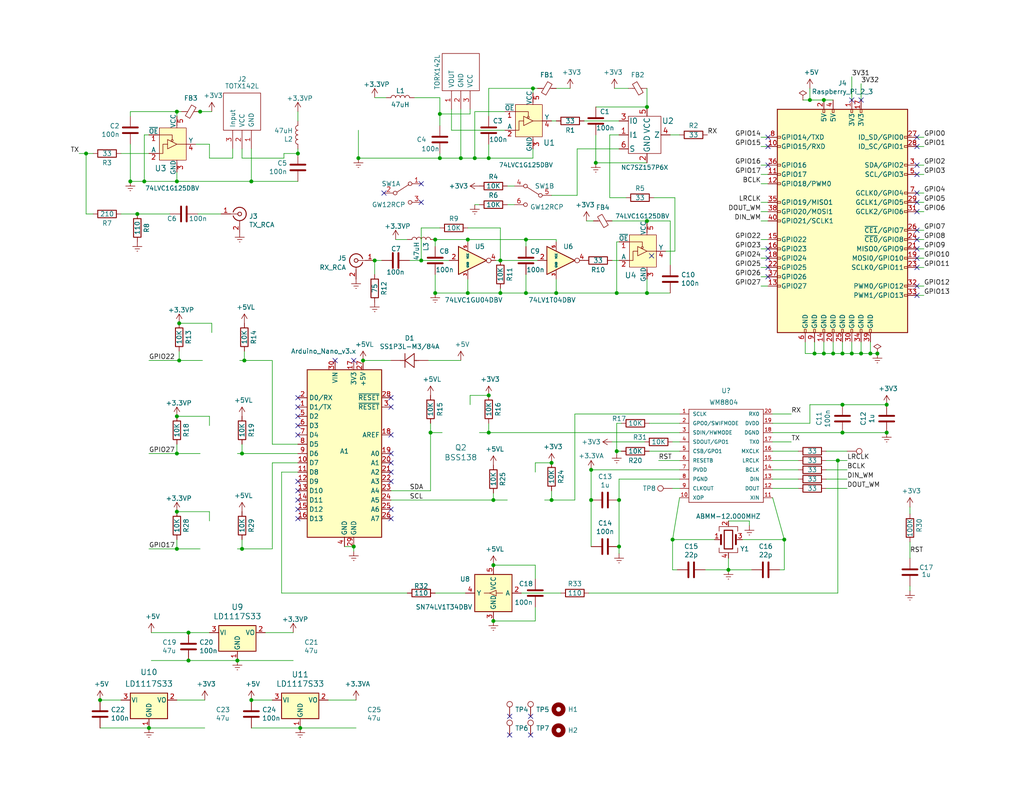
<source format=kicad_sch>
(kicad_sch (version 20211123) (generator eeschema)
  (paper "USLetter")
  (junction (at 64.77 180.34))
  (junction (at 133.35 107.95))
  (junction (at 35.56 49.53))
  (junction (at 68.58 49.53))
  (junction (at 176.53 29.21))
  (junction (at 143.51 80.01))
  (junction (at 118.745 65.405))
  (junction (at 97.79 43.18))
  (junction (at 48.26 139.7))
  (junction (at 48.26 30.48))
  (junction (at 133.35 118.11))
  (junction (at 227.33 96.52))
  (junction (at 134.62 136.525))
  (junction (at 66.675 98.425))
  (junction (at 213.995 147.32))
  (junction (at 125.73 43.18))
  (junction (at 241.935 118.11))
  (junction (at 120.015 43.18))
  (junction (at 54.61 30.48))
  (junction (at 168.91 136.525))
  (junction (at 168.91 149.225))
  (junction (at 48.26 123.825))
  (junction (at 220.98 27.305))
  (junction (at 168.275 123.19))
  (junction (at 229.87 118.11))
  (junction (at 117.475 118.11))
  (junction (at 239.395 96.52))
  (junction (at 228.6 125.73))
  (junction (at 120.015 31.115))
  (junction (at 198.755 155.575))
  (junction (at 39.37 49.53))
  (junction (at 136.525 71.12))
  (junction (at 129.54 43.18))
  (junction (at 176.53 60.325))
  (junction (at 127.635 65.405))
  (junction (at 222.25 96.52))
  (junction (at 136.525 80.01))
  (junction (at 102.235 71.12))
  (junction (at 48.26 49.53))
  (junction (at 48.26 149.86))
  (junction (at 40.64 198.755))
  (junction (at 232.41 96.52))
  (junction (at 161.29 136.525))
  (junction (at 229.87 96.52))
  (junction (at 96.52 149.225))
  (junction (at 161.29 128.27))
  (junction (at 68.58 191.135))
  (junction (at 48.895 98.425))
  (junction (at 241.935 110.49))
  (junction (at 114.935 71.12))
  (junction (at 66.04 123.825))
  (junction (at 48.26 113.665))
  (junction (at 150.495 136.525))
  (junction (at 134.62 169.545))
  (junction (at 51.435 180.34))
  (junction (at 143.51 65.405))
  (junction (at 237.49 96.52))
  (junction (at 145.415 24.13))
  (junction (at 229.87 110.49))
  (junction (at 66.04 149.86))
  (junction (at 162.56 44.45))
  (junction (at 176.53 80.01))
  (junction (at 224.79 27.305))
  (junction (at 27.305 191.135))
  (junction (at 183.515 147.32))
  (junction (at 168.275 80.01))
  (junction (at 134.62 154.305))
  (junction (at 127.635 80.01))
  (junction (at 118.745 80.01))
  (junction (at 224.79 96.52))
  (junction (at 48.895 88.265))
  (junction (at 51.435 172.72))
  (junction (at 23.495 41.91))
  (junction (at 150.495 126.365))
  (junction (at 133.35 43.18))
  (junction (at 151.765 80.01))
  (junction (at 81.28 41.91))
  (junction (at 37.465 58.42))
  (junction (at 99.06 98.425))
  (junction (at 81.915 198.755))
  (junction (at 234.95 96.52))
  (no_connect (at 250.19 73.025))
  (no_connect (at 81.28 118.745))
  (no_connect (at 209.55 40.005))
  (no_connect (at 139.065 200.66))
  (no_connect (at 234.95 27.305))
  (no_connect (at 106.68 131.445))
  (no_connect (at 209.55 45.085))
  (no_connect (at 209.55 37.465))
  (no_connect (at 81.28 136.525))
  (no_connect (at 81.28 116.205))
  (no_connect (at 250.19 40.005))
  (no_connect (at 250.19 47.625))
  (no_connect (at 81.28 141.605))
  (no_connect (at 91.44 98.425))
  (no_connect (at 106.68 118.745))
  (no_connect (at 81.28 111.125))
  (no_connect (at 104.775 52.705))
  (no_connect (at 250.19 57.785))
  (no_connect (at 250.19 78.105))
  (no_connect (at 232.41 27.305))
  (no_connect (at 209.55 73.025))
  (no_connect (at 106.68 126.365))
  (no_connect (at 250.19 37.465))
  (no_connect (at 250.19 55.245))
  (no_connect (at 250.19 45.085))
  (no_connect (at 81.28 133.985))
  (no_connect (at 250.19 62.865))
  (no_connect (at 106.68 123.825))
  (no_connect (at 250.19 80.645))
  (no_connect (at 250.19 52.705))
  (no_connect (at 106.68 141.605))
  (no_connect (at 209.55 70.485))
  (no_connect (at 250.19 70.485))
  (no_connect (at 81.28 139.065))
  (no_connect (at 81.28 108.585))
  (no_connect (at 106.68 128.905))
  (no_connect (at 177.8 69.85))
  (no_connect (at 139.065 195.58))
  (no_connect (at 250.19 67.945))
  (no_connect (at 96.52 98.425))
  (no_connect (at 209.55 67.945))
  (no_connect (at 114.935 50.165))
  (no_connect (at 209.55 75.565))
  (no_connect (at 114.935 55.245))
  (no_connect (at 81.28 113.665))
  (no_connect (at 250.19 65.405))
  (no_connect (at 106.68 111.125))
  (no_connect (at 81.28 131.445))
  (no_connect (at 144.78 200.66))
  (no_connect (at 106.68 139.065))
  (no_connect (at 144.78 195.58))
  (no_connect (at 106.68 108.585))
  (wire (pts (xy 33.02 41.91) (xy 40.64 41.91)))
  (wire (pts (xy 160.655 161.925) (xy 228.6 161.925)))
  (wire (pts (xy 210.82 113.03) (xy 215.9 113.03)))
  (wire (pts (xy 224.79 96.52) (xy 227.33 96.52)))
  (wire (pts (xy 68.58 198.755) (xy 81.915 198.755)))
  (wire (pts (xy 66.04 40.64) (xy 66.04 43.18)))
  (wire (pts (xy 185.42 133.35) (xy 183.515 133.35)))
  (wire (pts (xy 133.35 43.18) (xy 145.415 43.18)))
  (wire (pts (xy 167.64 24.13) (xy 171.45 24.13)))
  (wire (pts (xy 207.645 65.405) (xy 209.55 65.405)))
  (wire (pts (xy 136.525 71.12) (xy 146.685 71.12)))
  (wire (pts (xy 168.91 130.81) (xy 185.42 130.81)))
  (wire (pts (xy 25.4 41.91) (xy 23.495 41.91)))
  (wire (pts (xy 207.645 60.325) (xy 209.55 60.325)))
  (wire (pts (xy 150.495 136.525) (xy 156.845 136.525)))
  (wire (pts (xy 129.54 43.18) (xy 133.35 43.18)))
  (wire (pts (xy 128.27 29.845) (xy 128.27 31.115)))
  (wire (pts (xy 120.015 41.91) (xy 120.015 43.18)))
  (wire (pts (xy 118.745 65.405) (xy 118.745 67.31)))
  (wire (pts (xy 120.015 31.115) (xy 120.015 34.29)))
  (wire (pts (xy 202.565 147.32) (xy 213.995 147.32)))
  (wire (pts (xy 207.645 47.625) (xy 209.55 47.625)))
  (wire (pts (xy 228.6 125.73) (xy 231.14 125.73)))
  (wire (pts (xy 146.05 158.115) (xy 146.05 154.305)))
  (wire (pts (xy 229.87 110.49) (xy 241.935 110.49)))
  (wire (pts (xy 146.685 24.13) (xy 145.415 24.13)))
  (wire (pts (xy 225.425 123.19) (xy 231.14 123.19)))
  (wire (pts (xy 111.125 65.405) (xy 107.95 65.405)))
  (wire (pts (xy 135.255 71.12) (xy 136.525 71.12)))
  (wire (pts (xy 232.41 93.345) (xy 232.41 96.52)))
  (wire (pts (xy 250.19 45.085) (xy 252.095 45.085)))
  (wire (pts (xy 68.58 49.53) (xy 81.28 49.53)))
  (wire (pts (xy 227.33 96.52) (xy 229.87 96.52)))
  (wire (pts (xy 27.305 198.755) (xy 40.64 198.755)))
  (wire (pts (xy 40.64 98.425) (xy 48.895 98.425)))
  (wire (pts (xy 66.04 123.825) (xy 64.77 123.825)))
  (wire (pts (xy 130.81 55.88) (xy 129.54 55.88)))
  (wire (pts (xy 66.675 98.425) (xy 74.295 98.425)))
  (wire (pts (xy 225.425 125.73) (xy 228.6 125.73)))
  (wire (pts (xy 168.91 151.13) (xy 168.91 149.225)))
  (wire (pts (xy 220.98 24.13) (xy 220.98 27.305)))
  (wire (pts (xy 66.675 95.885) (xy 66.675 98.425)))
  (wire (pts (xy 207.645 50.165) (xy 209.55 50.165)))
  (wire (pts (xy 210.82 115.57) (xy 220.98 115.57)))
  (wire (pts (xy 250.19 62.865) (xy 252.095 62.865)))
  (wire (pts (xy 215.9 120.65) (xy 210.82 120.65)))
  (wire (pts (xy 113.03 26.67) (xy 120.015 26.67)))
  (wire (pts (xy 248.285 147.955) (xy 248.285 152.4)))
  (wire (pts (xy 97.155 198.755) (xy 81.915 198.755)))
  (wire (pts (xy 177.165 115.57) (xy 185.42 115.57)))
  (wire (pts (xy 96.52 150.495) (xy 96.52 149.225)))
  (wire (pts (xy 125.73 43.18) (xy 129.54 43.18)))
  (wire (pts (xy 250.19 57.785) (xy 252.095 57.785)))
  (wire (pts (xy 57.15 113.665) (xy 57.15 116.205)))
  (wire (pts (xy 66.04 121.285) (xy 66.04 123.825)))
  (wire (pts (xy 127.635 76.2) (xy 127.635 80.01)))
  (wire (pts (xy 72.39 172.72) (xy 80.01 172.72)))
  (wire (pts (xy 136.525 78.74) (xy 136.525 80.01)))
  (wire (pts (xy 55.88 198.755) (xy 40.64 198.755)))
  (wire (pts (xy 222.25 93.345) (xy 222.25 96.52)))
  (wire (pts (xy 168.275 115.57) (xy 169.545 115.57)))
  (wire (pts (xy 176.53 24.13) (xy 176.53 29.21)))
  (wire (pts (xy 225.425 133.35) (xy 231.14 133.35)))
  (wire (pts (xy 129.54 30.48) (xy 129.54 43.18)))
  (wire (pts (xy 162.56 36.83) (xy 162.56 44.45)))
  (wire (pts (xy 23.495 58.42) (xy 25.4 58.42)))
  (wire (pts (xy 114.935 62.23) (xy 114.935 71.12)))
  (wire (pts (xy 184.15 53.975) (xy 184.15 68.58)))
  (wire (pts (xy 250.19 47.625) (xy 252.095 47.625)))
  (wire (pts (xy 229.87 93.345) (xy 229.87 96.52)))
  (wire (pts (xy 166.37 36.83) (xy 168.91 36.83)))
  (wire (pts (xy 220.98 110.49) (xy 229.87 110.49)))
  (wire (pts (xy 250.19 78.105) (xy 252.095 78.105)))
  (wire (pts (xy 81.28 40.64) (xy 81.28 41.91)))
  (wire (pts (xy 66.04 123.825) (xy 81.28 123.825)))
  (wire (pts (xy 219.71 96.52) (xy 222.25 96.52)))
  (wire (pts (xy 39.37 36.83) (xy 39.37 49.53)))
  (wire (pts (xy 57.785 88.265) (xy 57.785 90.805)))
  (wire (pts (xy 212.725 155.575) (xy 213.995 155.575)))
  (wire (pts (xy 155.575 24.13) (xy 151.765 24.13)))
  (wire (pts (xy 150.495 133.985) (xy 150.495 136.525)))
  (wire (pts (xy 225.425 128.27) (xy 231.14 128.27)))
  (wire (pts (xy 99.06 98.425) (xy 106.68 98.425)))
  (wire (pts (xy 48.26 191.135) (xy 55.88 191.135)))
  (wire (pts (xy 125.73 29.845) (xy 125.73 43.18)))
  (wire (pts (xy 207.645 57.785) (xy 209.55 57.785)))
  (wire (pts (xy 250.19 65.405) (xy 252.095 65.405)))
  (wire (pts (xy 210.82 128.27) (xy 217.805 128.27)))
  (wire (pts (xy 241.935 118.11) (xy 229.87 118.11)))
  (wire (pts (xy 35.56 30.48) (xy 48.26 30.48)))
  (wire (pts (xy 140.335 55.88) (xy 138.43 55.88)))
  (wire (pts (xy 57.15 139.7) (xy 57.15 142.24)))
  (wire (pts (xy 48.895 88.265) (xy 57.785 88.265)))
  (wire (pts (xy 118.745 74.93) (xy 118.745 80.01)))
  (wire (pts (xy 207.645 45.085) (xy 209.55 45.085)))
  (wire (pts (xy 182.88 80.01) (xy 176.53 80.01)))
  (wire (pts (xy 220.98 115.57) (xy 220.98 110.49)))
  (wire (pts (xy 133.35 39.37) (xy 133.35 43.18)))
  (wire (pts (xy 210.82 130.81) (xy 217.805 130.81)))
  (wire (pts (xy 54.61 30.48) (xy 57.785 30.48)))
  (wire (pts (xy 106.68 133.985) (xy 117.475 133.985)))
  (wire (pts (xy 250.19 52.705) (xy 252.095 52.705)))
  (wire (pts (xy 133.35 118.11) (xy 130.81 118.11)))
  (wire (pts (xy 250.19 67.945) (xy 252.095 67.945)))
  (wire (pts (xy 48.26 123.825) (xy 54.61 123.825)))
  (wire (pts (xy 167.005 120.65) (xy 175.895 120.65)))
  (wire (pts (xy 161.29 128.27) (xy 161.29 136.525)))
  (wire (pts (xy 168.275 80.01) (xy 176.53 80.01)))
  (wire (pts (xy 169.545 123.19) (xy 168.275 123.19)))
  (wire (pts (xy 77.47 41.91) (xy 81.28 41.91)))
  (wire (pts (xy 185.42 120.65) (xy 183.515 120.65)))
  (wire (pts (xy 184.785 155.575) (xy 183.515 155.575)))
  (wire (pts (xy 39.37 49.53) (xy 35.56 49.53)))
  (wire (pts (xy 151.765 65.405) (xy 151.765 66.04)))
  (wire (pts (xy 146.05 126.365) (xy 150.495 126.365)))
  (wire (pts (xy 156.845 113.03) (xy 156.845 136.525)))
  (wire (pts (xy 120.015 26.67) (xy 120.015 31.115)))
  (wire (pts (xy 21.59 41.91) (xy 23.495 41.91)))
  (wire (pts (xy 213.995 155.575) (xy 213.995 147.32)))
  (wire (pts (xy 133.35 31.75) (xy 133.35 24.13)))
  (wire (pts (xy 142.24 161.925) (xy 153.035 161.925)))
  (wire (pts (xy 159.385 33.02) (xy 168.91 33.02)))
  (wire (pts (xy 127.635 65.405) (xy 143.51 65.405)))
  (wire (pts (xy 150.495 33.02) (xy 151.765 33.02)))
  (wire (pts (xy 151.765 76.2) (xy 151.765 80.01)))
  (wire (pts (xy 207.645 75.565) (xy 209.55 75.565)))
  (wire (pts (xy 41.275 180.34) (xy 51.435 180.34)))
  (wire (pts (xy 168.91 136.525) (xy 168.91 130.81)))
  (wire (pts (xy 48.895 98.425) (xy 55.245 98.425)))
  (wire (pts (xy 68.58 40.64) (xy 68.58 49.53)))
  (wire (pts (xy 248.285 140.335) (xy 248.285 138.43)))
  (wire (pts (xy 63.5 40.64) (xy 63.5 43.18)))
  (wire (pts (xy 102.235 71.12) (xy 102.235 74.93)))
  (wire (pts (xy 250.19 55.245) (xy 252.095 55.245)))
  (wire (pts (xy 210.82 125.73) (xy 217.805 125.73)))
  (wire (pts (xy 41.275 172.72) (xy 51.435 172.72)))
  (wire (pts (xy 157.48 53.34) (xy 150.495 53.34)))
  (wire (pts (xy 27.305 191.135) (xy 33.02 191.135)))
  (wire (pts (xy 133.35 118.11) (xy 185.42 118.11)))
  (wire (pts (xy 116.84 98.425) (xy 125.73 98.425)))
  (wire (pts (xy 161.29 136.525) (xy 161.29 149.225)))
  (wire (pts (xy 76.835 128.905) (xy 76.835 161.925)))
  (wire (pts (xy 168.275 123.19) (xy 168.275 115.57)))
  (wire (pts (xy 35.56 31.75) (xy 35.56 30.48)))
  (wire (pts (xy 35.56 49.53) (xy 35.56 39.37)))
  (wire (pts (xy 117.475 115.57) (xy 117.475 118.11)))
  (wire (pts (xy 148.59 136.525) (xy 150.495 136.525)))
  (wire (pts (xy 33.02 58.42) (xy 37.465 58.42)))
  (wire (pts (xy 105.41 26.67) (xy 102.235 26.67)))
  (wire (pts (xy 143.51 80.01) (xy 151.765 80.01)))
  (wire (pts (xy 219.71 93.345) (xy 219.71 96.52)))
  (wire (pts (xy 229.87 96.52) (xy 232.41 96.52)))
  (wire (pts (xy 23.495 41.91) (xy 23.495 58.42)))
  (wire (pts (xy 176.53 60.325) (xy 176.53 60.96)))
  (wire (pts (xy 145.415 40.64) (xy 145.415 43.18)))
  (wire (pts (xy 127.635 62.23) (xy 136.525 62.23)))
  (wire (pts (xy 160.02 60.325) (xy 161.925 60.325)))
  (wire (pts (xy 51.435 180.34) (xy 64.77 180.34)))
  (wire (pts (xy 128.27 107.95) (xy 133.35 107.95)))
  (wire (pts (xy 97.79 43.18) (xy 120.015 43.18)))
  (wire (pts (xy 182.88 60.325) (xy 182.88 72.39)))
  (wire (pts (xy 127.635 80.01) (xy 118.745 80.01)))
  (wire (pts (xy 134.62 134.62) (xy 134.62 136.525)))
  (wire (pts (xy 234.95 27.305) (xy 234.95 22.86)))
  (wire (pts (xy 128.27 110.49) (xy 128.27 107.95)))
  (wire (pts (xy 210.82 123.19) (xy 217.805 123.19)))
  (wire (pts (xy 250.19 37.465) (xy 252.095 37.465)))
  (wire (pts (xy 53.975 30.48) (xy 54.61 30.48)))
  (wire (pts (xy 129.54 30.48) (xy 137.795 30.48)))
  (wire (pts (xy 40.64 123.825) (xy 48.26 123.825)))
  (wire (pts (xy 123.19 29.845) (xy 123.19 35.56)))
  (wire (pts (xy 146.05 169.545) (xy 134.62 169.545)))
  (wire (pts (xy 57.15 43.18) (xy 57.15 39.37)))
  (wire (pts (xy 57.15 43.18) (xy 63.5 43.18)))
  (wire (pts (xy 66.04 149.86) (xy 74.295 149.86)))
  (wire (pts (xy 222.25 96.52) (xy 224.79 96.52)))
  (wire (pts (xy 151.765 80.01) (xy 168.275 80.01)))
  (wire (pts (xy 179.705 125.73) (xy 185.42 125.73)))
  (wire (pts (xy 114.935 71.12) (xy 122.555 71.12)))
  (wire (pts (xy 177.165 123.19) (xy 185.42 123.19)))
  (wire (pts (xy 48.26 139.7) (xy 57.15 139.7)))
  (wire (pts (xy 37.465 58.42) (xy 46.355 58.42)))
  (wire (pts (xy 106.68 136.525) (xy 134.62 136.525)))
  (wire (pts (xy 143.51 65.405) (xy 151.765 65.405)))
  (wire (pts (xy 57.15 39.37) (xy 53.34 39.37)))
  (wire (pts (xy 48.26 121.285) (xy 48.26 123.825)))
  (wire (pts (xy 143.51 74.93) (xy 143.51 80.01)))
  (wire (pts (xy 232.41 20.955) (xy 232.41 27.305)))
  (wire (pts (xy 207.645 55.245) (xy 209.55 55.245)))
  (wire (pts (xy 48.26 147.32) (xy 48.26 149.86)))
  (wire (pts (xy 207.645 78.105) (xy 209.55 78.105)))
  (wire (pts (xy 168.275 66.04) (xy 168.275 80.01)))
  (wire (pts (xy 198.755 152.4) (xy 198.755 155.575)))
  (wire (pts (xy 66.04 43.18) (xy 77.47 43.18)))
  (wire (pts (xy 118.745 65.405) (xy 127.635 65.405)))
  (wire (pts (xy 157.48 40.64) (xy 168.91 40.64)))
  (wire (pts (xy 227.33 93.345) (xy 227.33 96.52)))
  (wire (pts (xy 185.42 36.83) (xy 182.88 36.83)))
  (wire (pts (xy 168.275 123.19) (xy 168.275 123.825)))
  (wire (pts (xy 176.53 76.2) (xy 176.53 80.01)))
  (wire (pts (xy 183.515 147.32) (xy 194.945 147.32)))
  (wire (pts (xy 49.53 30.48) (xy 48.26 30.48)))
  (wire (pts (xy 168.91 66.04) (xy 168.275 66.04)))
  (wire (pts (xy 118.745 161.925) (xy 127 161.925)))
  (wire (pts (xy 104.14 71.12) (xy 102.235 71.12)))
  (wire (pts (xy 239.395 96.52) (xy 237.49 96.52)))
  (wire (pts (xy 145.415 25.4) (xy 145.415 24.13)))
  (wire (pts (xy 237.49 93.345) (xy 237.49 96.52)))
  (wire (pts (xy 76.835 161.925) (xy 111.125 161.925)))
  (wire (pts (xy 77.47 41.91) (xy 77.47 43.18)))
  (wire (pts (xy 205.105 155.575) (xy 198.755 155.575)))
  (wire (pts (xy 207.645 70.485) (xy 209.55 70.485)))
  (wire (pts (xy 111.76 71.12) (xy 114.935 71.12)))
  (wire (pts (xy 66.04 149.86) (xy 64.77 149.86)))
  (wire (pts (xy 162.56 29.21) (xy 176.53 29.21)))
  (wire (pts (xy 89.535 191.135) (xy 97.155 191.135)))
  (wire (pts (xy 162.56 44.45) (xy 176.53 44.45)))
  (wire (pts (xy 229.87 118.11) (xy 210.82 118.11)))
  (wire (pts (xy 68.58 191.135) (xy 74.295 191.135)))
  (wire (pts (xy 133.35 115.57) (xy 133.35 118.11)))
  (wire (pts (xy 74.295 121.285) (xy 81.28 121.285)))
  (wire (pts (xy 96.52 149.225) (xy 93.98 149.225)))
  (wire (pts (xy 48.26 30.48) (xy 48.26 31.75)))
  (wire (pts (xy 176.53 60.325) (xy 182.88 60.325)))
  (wire (pts (xy 250.19 70.485) (xy 252.095 70.485)))
  (wire (pts (xy 237.49 96.52) (xy 234.95 96.52)))
  (wire (pts (xy 146.05 154.305) (xy 134.62 154.305)))
  (wire (pts (xy 128.27 31.115) (xy 120.015 31.115)))
  (wire (pts (xy 66.675 98.425) (xy 65.405 98.425)))
  (wire (pts (xy 51.435 172.72) (xy 57.15 172.72)))
  (wire (pts (xy 117.475 118.11) (xy 117.475 133.985)))
  (wire (pts (xy 136.525 80.01) (xy 127.635 80.01)))
  (wire (pts (xy 40.64 149.86) (xy 48.26 149.86)))
  (wire (pts (xy 204.47 142.24) (xy 204.47 143.51)))
  (wire (pts (xy 225.425 130.81) (xy 231.14 130.81)))
  (wire (pts (xy 232.41 96.52) (xy 234.95 96.52)))
  (wire (pts (xy 228.6 161.925) (xy 228.6 125.73)))
  (wire (pts (xy 136.525 71.12) (xy 136.525 62.23)))
  (wire (pts (xy 248.285 160.02) (xy 248.285 161.29)))
  (wire (pts (xy 207.645 73.025) (xy 209.55 73.025)))
  (wire (pts (xy 167.005 60.325) (xy 176.53 60.325)))
  (wire (pts (xy 97.79 35.56) (xy 97.79 43.18)))
  (wire (pts (xy 224.79 93.345) (xy 224.79 96.52)))
  (wire (pts (xy 184.15 68.58) (xy 181.61 68.58)))
  (wire (pts (xy 167.005 71.12) (xy 168.91 71.12)))
  (wire (pts (xy 183.515 147.32) (xy 185.42 135.89)))
  (wire (pts (xy 40.64 36.83) (xy 39.37 36.83)))
  (wire (pts (xy 220.98 27.305) (xy 224.79 27.305)))
  (wire (pts (xy 166.37 36.83) (xy 166.37 53.975)))
  (wire (pts (xy 120.015 43.18) (xy 125.73 43.18)))
  (wire (pts (xy 166.37 53.975) (xy 170.815 53.975)))
  (wire (pts (xy 210.82 133.35) (xy 217.805 133.35)))
  (wire (pts (xy 134.62 136.525) (xy 138.43 136.525)))
  (wire (pts (xy 74.295 126.365) (xy 81.28 126.365)))
  (wire (pts (xy 250.19 40.005) (xy 252.095 40.005)))
  (wire (pts (xy 192.405 155.575) (xy 198.755 155.575)))
  (wire (pts (xy 81.28 33.02) (xy 81.28 30.48)))
  (wire (pts (xy 250.19 73.025) (xy 252.095 73.025)))
  (wire (pts (xy 53.975 58.42) (xy 60.325 58.42)))
  (wire (pts (xy 66.04 147.32) (xy 66.04 149.86)))
  (wire (pts (xy 48.26 46.99) (xy 48.26 49.53)))
  (wire (pts (xy 76.835 128.905) (xy 81.28 128.905)))
  (wire (pts (xy 74.295 98.425) (xy 74.295 121.285)))
  (wire (pts (xy 143.51 67.31) (xy 143.51 65.405)))
  (wire (pts (xy 250.19 80.645) (xy 252.095 80.645)))
  (wire (pts (xy 157.48 53.34) (xy 157.48 40.64)))
  (wire (pts (xy 207.645 37.465) (xy 209.55 37.465)))
  (wire (pts (xy 213.995 147.32) (xy 210.82 135.89)))
  (wire (pts (xy 48.26 49.53) (xy 68.58 49.53)))
  (wire (pts (xy 168.91 136.525) (xy 168.91 149.225)))
  (wire (pts (xy 146.05 165.735) (xy 146.05 169.545)))
  (wire (pts (xy 120.015 62.23) (xy 114.935 62.23)))
  (wire (pts (xy 123.19 35.56) (xy 137.795 35.56)))
  (wire (pts (xy 136.525 80.01) (xy 143.51 80.01)))
  (wire (pts (xy 64.77 180.34) (xy 80.01 180.34)))
  (wire (pts (xy 183.515 155.575) (xy 183.515 147.32)))
  (wire (pts (xy 146.05 126.365) (xy 146.05 128.905)))
  (wire (pts (xy 48.26 113.665) (xy 57.15 113.665)))
  (wire (pts (xy 224.79 27.305) (xy 227.33 27.305)))
  (wire (pts (xy 219.075 27.305) (xy 220.98 27.305)))
  (wire (pts (xy 133.35 24.13) (xy 145.415 24.13)))
  (wire (pts (xy 207.645 40.005) (xy 209.55 40.005)))
  (wire (pts (xy 127.635 66.04) (xy 127.635 65.405)))
  (wire (pts (xy 161.29 128.27) (xy 185.42 128.27)))
  (wire (pts (xy 117.475 118.11) (xy 120.65 118.11)))
  (wire (pts (xy 48.26 149.86) (xy 54.61 149.86)))
  (wire (pts (xy 48.895 95.885) (xy 48.895 98.425)))
  (wire (pts (xy 156.845 113.03) (xy 185.42 113.03)))
  (wire (pts (xy 198.755 142.24) (xy 204.47 142.24)))
  (wire (pts (xy 48.26 49.53) (xy 39.37 49.53)))
  (wire (pts (xy 234.95 93.345) (xy 234.95 96.52)))
  (wire (pts (xy 178.435 53.975) (xy 184.15 53.975)))
  (wire (pts (xy 74.295 149.86) (xy 74.295 126.365)))
  (wire (pts (xy 207.645 67.945) (xy 209.55 67.945)))
  (wire (pts (xy 138.43 50.8) (xy 140.335 50.8)))
  (label "DIN_WM" (at 207.645 60.325 180))
  (label "GPIO8" (at 252.095 65.405 0))
  (label "GPIO0" (at 252.095 37.465 0))
  (label "GPIO5" (at 252.095 55.245 0))
  (label "GPIO10" (at 252.095 70.485 0))
  (label "GPIO27" (at 207.645 78.105 180))
  (label "LRCLK" (at 207.645 55.245 180))
  (label "GPIO17" (at 207.645 47.625 180))
  (label "GPIO26" (at 207.645 75.565 180))
  (label "GPIO2" (at 252.095 45.085 0))
  (label "DOUT_WM" (at 231.14 133.35 0))
  (label "3V31" (at 232.41 20.955 0))
  (label "RST" (at 248.285 151.13 0))
  (label "GPIO24" (at 207.645 70.485 180))
  (label "GPIO13" (at 252.095 80.645 0))
  (label "GPIO14" (at 207.645 37.465 180))
  (label "RX" (at 215.9 113.03 0))
  (label "GPIO27" (at 40.64 123.825 0))
  (label "GPIO4" (at 252.095 52.705 0))
  (label "BCLK" (at 207.645 50.165 180))
  (label "GPIO12" (at 252.095 78.105 0))
  (label "RST" (at 179.705 125.73 0))
  (label "TX" (at 215.9 120.65 0))
  (label "GPIO9" (at 252.095 67.945 0))
  (label "SCL" (at 111.76 136.525 0))
  (label "DOUT_WM" (at 207.645 57.785 180))
  (label "GPIO25" (at 207.645 73.025 180))
  (label "GPIO6" (at 252.095 57.785 0))
  (label "RX" (at 193.04 36.83 0))
  (label "GPIO15" (at 207.645 40.005 180))
  (label "SDA" (at 111.76 133.985 0))
  (label "GPIO1" (at 252.095 40.005 0))
  (label "BCLK" (at 231.14 128.27 0))
  (label "LRCLK" (at 231.14 125.73 0))
  (label "GPIO17" (at 40.64 149.86 0))
  (label "GPIO22" (at 207.645 65.405 180))
  (label "GPIO7" (at 252.095 62.865 0))
  (label "GPIO11" (at 252.095 73.025 0))
  (label "DIN_WM" (at 231.14 130.81 0))
  (label "GPIO3" (at 252.095 47.625 0))
  (label "TX" (at 21.59 41.91 180))
  (label "3V32" (at 234.95 22.86 0))
  (label "GPIO23" (at 207.645 67.945 180))
  (label "GPIO16" (at 207.645 45.085 180))
  (label "GPIO22" (at 40.64 98.425 0))
  (symbol (lib_id "MCU_Module:Arduino_Nano_v3.x") (at 93.98 123.825 0) (unit 1)
    (property "Reference" "A1" (at 93.98 123.19 0))
    (property "Value" "Arduino_Nano_v3.x" (at 88.265 95.885 0))
    (property "Footprint" "Module:Arduino_Nano" (effects hide))
    (property "Datasheet" "http://www.mouser.com/pdfdocs/Gravitech_Arduino_Nano3_0.pdf" (effects hide))
  )
  (symbol (lib_id "Regulator_Linear:LD1117S33TR_SOT223") (at 40.64 191.135 0) (unit 1)
    (property "Reference" "U10" (at 40.64 183.515 0) (effects (font (size 1.524 1.524))))
    (property "Value" "LD1117S33" (at 40.64 186.69 0) (effects (font (size 1.524 1.524))))
    (property "Footprint" "Package_TO_SOT_SMD:SOT-223-3_TabPin2" (effects hide))
    (property "Datasheet" "http://www.st.com/content/ccc/resource/technical/document/datasheet/99/3b/7d/91/91/51/4b/be/CD00000544.pdf/files/CD00000544.pdf/jcr:content/translations/en.CD00000544.pdf" (effects hide))
    (property "Digi-Key_PN" "497-1241-1-ND" (effects hide))
    (property "MPN" "LD1117S33CTR" (effects hide))
    (property "Category" "Integrated Circuits (ICs)" (effects hide))
    (property "Family" "PMIC - Voltage Regulators - Linear" (effects hide))
    (property "DK_Datasheet_Link" "http://www.st.com/content/ccc/resource/technical/document/datasheet/99/3b/7d/91/91/51/4b/be/CD00000544.pdf/files/CD00000544.pdf/jcr:content/translations/en.CD00000544.pdf" (effects hide))
    (property "DK_Detail_Page" "/product-detail/en/stmicroelectronics/LD1117S33CTR/497-1241-1-ND/586241" (effects hide))
    (property "Description" "IC REG LINEAR 3.3V 800MA SOT223" (effects hide))
    (property "Manufacturer" "STMicroelectronics" (effects hide))
    (property "Status" "Active" (effects hide))
  )
  (symbol (lib_id "Regulator_Linear:LD1117S33TR_SOT223") (at 64.77 172.72 0) (unit 1)
    (property "Reference" "U9" (at 64.77 165.735 0) (effects (font (size 1.524 1.524))))
    (property "Value" "LD1117S33" (at 64.77 168.275 0) (effects (font (size 1.524 1.524))))
    (property "Footprint" "Package_TO_SOT_SMD:SOT-223-3_TabPin2" (effects hide))
    (property "Datasheet" "http://www.st.com/content/ccc/resource/technical/document/datasheet/99/3b/7d/91/91/51/4b/be/CD00000544.pdf/files/CD00000544.pdf/jcr:content/translations/en.CD00000544.pdf" (effects hide))
    (property "Digi-Key_PN" "497-1241-1-ND" (effects hide))
    (property "MPN" "LD1117S33CTR" (effects hide))
    (property "Category" "Integrated Circuits (ICs)" (effects hide))
    (property "Family" "PMIC - Voltage Regulators - Linear" (effects hide))
    (property "DK_Datasheet_Link" "http://www.st.com/content/ccc/resource/technical/document/datasheet/99/3b/7d/91/91/51/4b/be/CD00000544.pdf/files/CD00000544.pdf/jcr:content/translations/en.CD00000544.pdf" (effects hide))
    (property "DK_Detail_Page" "/product-detail/en/stmicroelectronics/LD1117S33CTR/497-1241-1-ND/586241" (effects hide))
    (property "Description" "IC REG LINEAR 3.3V 800MA SOT223" (effects hide))
    (property "Manufacturer" "STMicroelectronics" (effects hide))
    (property "Status" "Active" (effects hide))
  )
  (symbol (lib_id "Regulator_Linear:LD1117S33TR_SOT223") (at 81.915 191.135 0) (unit 1)
    (property "Reference" "U11" (at 81.915 184.15 0) (effects (font (size 1.524 1.524))))
    (property "Value" "LD1117S33" (at 81.915 186.69 0) (effects (font (size 1.524 1.524))))
    (property "Footprint" "Package_TO_SOT_SMD:SOT-223-3_TabPin2" (effects hide))
    (property "Datasheet" "http://www.st.com/content/ccc/resource/technical/document/datasheet/99/3b/7d/91/91/51/4b/be/CD00000544.pdf/files/CD00000544.pdf/jcr:content/translations/en.CD00000544.pdf" (effects hide))
    (property "Digi-Key_PN" "497-1241-1-ND" (effects hide))
    (property "MPN" "LD1117S33CTR" (effects hide))
    (property "Category" "Integrated Circuits (ICs)" (effects hide))
    (property "Family" "PMIC - Voltage Regulators - Linear" (effects hide))
    (property "DK_Datasheet_Link" "http://www.st.com/content/ccc/resource/technical/document/datasheet/99/3b/7d/91/91/51/4b/be/CD00000544.pdf/files/CD00000544.pdf/jcr:content/translations/en.CD00000544.pdf" (effects hide))
    (property "DK_Detail_Page" "/product-detail/en/stmicroelectronics/LD1117S33CTR/497-1241-1-ND/586241" (effects hide))
    (property "Description" "IC REG LINEAR 3.3V 800MA SOT223" (effects hide))
    (property "Manufacturer" "STMicroelectronics" (effects hide))
    (property "Status" "Active" (effects hide))
  )
  (symbol (lib_id "power:GNDREF") (at 40.64 198.755 0) (unit 1)
    (property "Reference" "#PWR049" (effects hide))
    (property "Value" "GNDREF" (effects hide))
  )
  (symbol (lib_id "power:GNDREF") (at 81.915 198.755 0) (unit 1)
    (property "Reference" "#PWR050" (effects hide))
    (property "Value" "GNDREF" (effects hide))
  )
  (symbol (lib_id "power:GNDREF") (at 64.77 180.34 0) (unit 1)
    (property "Reference" "#PWR044" (effects hide))
    (property "Value" "GNDREF" (effects hide))
  )
  (symbol (lib_id "Device:C") (at 27.305 194.945 0) (unit 1)
    (property "Reference" "C22" (at 30.226 193.7766 0) (effects (justify left)))
    (property "Value" "100n" (at 30.226 196.088 0) (effects (justify left)))
    (property "Footprint" "Capacitor_SMD:C_1206_3216Metric_Pad1.33x1.80mm_HandSolder" (effects hide))
  )
  (symbol (lib_id "Device:C") (at 68.58 194.945 0) (unit 1)
    (property "Reference" "C24" (at 71.501 193.7766 0) (effects (justify left)))
    (property "Value" "100n" (at 71.501 196.088 0) (effects (justify left)))
    (property "Footprint" "Capacitor_SMD:C_1206_3216Metric_Pad1.33x1.80mm_HandSolder" (effects hide))
  )
  (symbol (lib_id "Device:C") (at 51.435 176.53 0) (unit 1)
    (property "Reference" "C20" (at 54.356 175.3616 0) (effects (justify left)))
    (property "Value" "100n" (at 54.356 177.673 0) (effects (justify left)))
    (property "Footprint" "Capacitor_SMD:C_1206_3216Metric_Pad1.33x1.80mm_HandSolder" (effects hide))
  )
  (symbol (lib_id "Device:CP") (at 41.275 176.53 0) (unit 1)
    (property "Reference" "C19" (at 44.2722 175.3616 0) (effects (justify left)))
    (property "Value" "47u" (at 44.2722 177.673 0) (effects (justify left)))
    (property "Footprint" "Capacitor_SMD:C_Elec_6.3x5.8" (effects hide))
    (property "Mouser Part Number" "667-EEH-ZA1E470P" (effects hide))
  )
  (symbol (lib_id "power:+3V3") (at 55.88 191.135 0) (unit 1)
    (property "Reference" "#PWR046" (effects hide))
    (property "Value" "+3V3" (at 56.261 186.7408 0))
  )
  (symbol (lib_id "Device:CP") (at 55.88 194.945 0) (unit 1)
    (property "Reference" "C23" (at 58.8772 193.7766 0) (effects (justify left)))
    (property "Value" "47u" (at 58.8772 196.088 0) (effects (justify left)))
    (property "Footprint" "Capacitor_SMD:C_Elec_6.3x5.8" (effects hide))
    (property "Mouser Part Number" "667-EEH-ZA1E470P" (effects hide))
  )
  (symbol (lib_id "Device:CP") (at 97.155 194.945 0) (unit 1)
    (property "Reference" "C25" (at 100.1522 193.7766 0) (effects (justify left)))
    (property "Value" "47u" (at 100.1522 196.088 0) (effects (justify left)))
    (property "Footprint" "Capacitor_SMD:C_Elec_6.3x5.8" (effects hide))
    (property "Mouser Part Number" "667-EEH-ZA1E470P" (effects hide))
  )
  (symbol (lib_id "Device:CP") (at 80.01 176.53 0) (unit 1)
    (property "Reference" "C21" (at 83.0072 175.3616 0) (effects (justify left)))
    (property "Value" "47u" (at 83.0072 177.673 0) (effects (justify left)))
    (property "Footprint" "Capacitor_SMD:C_Elec_6.3x5.8" (effects hide))
    (property "Mouser Part Number" "667-EEH-ZA1E470P" (effects hide))
  )
  (symbol (lib_id "power:+3.3VA") (at 97.155 191.135 0) (unit 1)
    (property "Reference" "#PWR048" (effects hide))
    (property "Value" "+3.3VA" (at 97.536 186.7408 0))
  )
  (symbol (lib_id "power:+3.3VP") (at 80.01 172.72 0) (unit 1)
    (property "Reference" "#PWR043" (effects hide))
    (property "Value" "+3.3VP" (at 80.518 169.0878 0))
  )
  (symbol (lib_id "Device:C") (at 188.595 155.575 90) (unit 1)
    (property "Reference" "C15" (at 188.595 149.1742 90))
    (property "Value" "22p" (at 188.595 151.4856 90))
    (property "Footprint" "Capacitor_SMD:C_0603_1608Metric_Pad1.08x0.95mm_HandSolder" (effects hide))
  )
  (symbol (lib_id "Device:C") (at 208.915 155.575 90) (unit 1)
    (property "Reference" "C16" (at 208.915 149.1742 90))
    (property "Value" "22p" (at 208.915 151.4856 90))
    (property "Footprint" "Capacitor_SMD:C_0603_1608Metric_Pad1.08x0.95mm_HandSolder" (effects hide))
  )
  (symbol (lib_id "power:GNDREF") (at 198.755 155.575 0) (unit 1)
    (property "Reference" "#PWR039" (effects hide))
    (property "Value" "GNDREF" (effects hide))
  )
  (symbol (lib_id "power:+3.3VA") (at 161.29 128.27 0) (unit 1)
    (property "Reference" "#PWR032" (effects hide))
    (property "Value" "+3.3VA" (at 161.29 124.46 0))
  )
  (symbol (lib_id "power:GNDREF") (at 96.52 150.495 0) (unit 1)
    (property "Reference" "#PWR036" (effects hide))
    (property "Value" "GNDREF" (effects hide))
  )
  (symbol (lib_id "power:+5V") (at 125.73 98.425 0) (unit 1)
    (property "Reference" "#PWR022" (effects hide))
    (property "Value" "+5V" (at 126.111 94.0308 0))
  )
  (symbol (lib_id "Device:R") (at 173.355 123.19 90) (unit 1)
    (property "Reference" "R20" (at 173.355 125.73 90))
    (property "Value" "10K" (at 173.355 123.19 90))
    (property "Footprint" "Resistor_SMD:R_0805_2012Metric_Pad1.20x1.40mm_HandSolder" (effects hide))
  )
  (symbol (lib_id "Device:C") (at 165.1 136.525 90) (unit 1)
    (property "Reference" "C13" (at 165.1 130.1242 90))
    (property "Value" "1u" (at 165.1 132.4356 90))
    (property "Footprint" "Capacitor_SMD:C_1206_3216Metric_Pad1.33x1.80mm_HandSolder" (effects hide))
  )
  (symbol (lib_id "Device:C") (at 165.1 149.225 90) (unit 1)
    (property "Reference" "C14" (at 165.1 142.8242 90))
    (property "Value" "100n" (at 165.1 145.1356 90))
    (property "Footprint" "Capacitor_SMD:C_1206_3216Metric_Pad1.33x1.80mm_HandSolder" (effects hide))
  )
  (symbol (lib_id "Device:C") (at 241.935 114.3 180) (unit 1)
    (property "Reference" "C12" (at 235.5342 114.3 90))
    (property "Value" "1u" (at 237.8456 114.3 90))
    (property "Footprint" "Capacitor_SMD:C_1206_3216Metric_Pad1.33x1.80mm_HandSolder" (effects hide))
  )
  (symbol (lib_id "Device:C") (at 229.87 114.3 180) (unit 1)
    (property "Reference" "C11" (at 223.4692 114.3 90))
    (property "Value" "100n" (at 225.7806 114.3 90))
    (property "Footprint" "Capacitor_SMD:C_1206_3216Metric_Pad1.33x1.80mm_HandSolder" (effects hide))
  )
  (symbol (lib_id "power:GNDREF") (at 168.91 151.13 0) (unit 1)
    (property "Reference" "#PWR037" (effects hide))
    (property "Value" "GNDREF" (effects hide))
  )
  (symbol (lib_id "power:+3V3") (at 241.935 110.49 0) (unit 1)
    (property "Reference" "#PWR025" (effects hide))
    (property "Value" "+3V3" (at 242.316 106.0958 0))
  )
  (symbol (lib_id "Device:R") (at 248.285 144.145 0) (unit 1)
    (property "Reference" "R30" (at 250.825 145.415 90) (effects (justify left)))
    (property "Value" "100K" (at 248.285 146.685 90) (effects (justify left)))
    (property "Footprint" "Resistor_SMD:R_0805_2012Metric_Pad1.20x1.40mm_HandSolder" (effects hide))
  )
  (symbol (lib_id "Device:R") (at 173.355 115.57 90) (unit 1)
    (property "Reference" "R17" (at 168.91 114.3 90))
    (property "Value" "10K" (at 173.355 115.57 90))
    (property "Footprint" "Resistor_SMD:R_0805_2012Metric_Pad1.20x1.40mm_HandSolder" (effects hide))
  )
  (symbol (lib_id "Device:C") (at 248.285 156.21 0) (mirror x) (unit 1)
    (property "Reference" "C17" (at 252.73 154.94 0))
    (property "Value" "1u" (at 252.73 156.845 0))
    (property "Footprint" "Capacitor_SMD:C_1206_3216Metric_Pad1.33x1.80mm_HandSolder" (effects hide))
  )
  (symbol (lib_id "power:+3V3") (at 248.285 138.43 0) (unit 1)
    (property "Reference" "#PWR033" (effects hide))
    (property "Value" "+3V3" (at 248.666 134.0358 0))
  )
  (symbol (lib_id "power:GNDREF") (at 248.285 161.29 0) (unit 1)
    (property "Reference" "#PWR040" (effects hide))
    (property "Value" "GNDREF" (effects hide))
  )
  (symbol (lib_id "dk_Transistors-FETs-MOSFETs-Single:BSS138-7-F") (at 125.73 118.11 90) (mirror x) (unit 1)
    (property "Reference" "Q2" (at 125.73 122.1994 90) (effects (font (size 1.524 1.524))))
    (property "Value" "BSS138" (at 125.73 124.8918 90) (effects (font (size 1.524 1.524))))
    (property "Footprint" "digikey-footprints:SOT-23-3" (effects hide))
    (property "Datasheet" "https://www.diodes.com/assets/Datasheets/ds30144.pdf" (effects hide))
    (property "Digi-Key_PN" "BSS138-FDICT-ND" (effects hide))
    (property "MPN" "BSS138-7-F" (effects hide))
    (property "Category" "Discrete Semiconductor Products" (effects hide))
    (property "Family" "Transistors - FETs, MOSFETs - Single" (effects hide))
    (property "DK_Datasheet_Link" "https://www.diodes.com/assets/Datasheets/ds30144.pdf" (effects hide))
    (property "DK_Detail_Page" "/product-detail/en/diodes-incorporated/BSS138-7-F/BSS138-FDICT-ND/717843" (effects hide))
    (property "Description" "MOSFET N-CH 50V 200MA SOT23-3" (effects hide))
    (property "Manufacturer" "Diodes Incorporated" (effects hide))
    (property "Status" "Active" (effects hide))
  )
  (symbol (lib_id "dk_Transistors-FETs-MOSFETs-Single:BSS138-7-F") (at 143.51 136.525 90) (mirror x) (unit 1)
    (property "Reference" "Q4" (at 143.51 140.6144 90) (effects (font (size 1.524 1.524))))
    (property "Value" "BSS138" (at 143.51 143.3068 90) (effects (font (size 1.524 1.524))))
    (property "Footprint" "digikey-footprints:SOT-23-3" (effects hide))
    (property "Datasheet" "https://www.diodes.com/assets/Datasheets/ds30144.pdf" (effects hide))
    (property "Digi-Key_PN" "BSS138-FDICT-ND" (effects hide))
    (property "MPN" "BSS138-7-F" (effects hide))
    (property "Category" "Discrete Semiconductor Products" (effects hide))
    (property "Family" "Transistors - FETs, MOSFETs - Single" (effects hide))
    (property "DK_Datasheet_Link" "https://www.diodes.com/assets/Datasheets/ds30144.pdf" (effects hide))
    (property "DK_Detail_Page" "/product-detail/en/diodes-incorporated/BSS138-7-F/BSS138-FDICT-ND/717843" (effects hide))
    (property "Description" "MOSFET N-CH 50V 200MA SOT23-3" (effects hide))
    (property "Manufacturer" "Diodes Incorporated" (effects hide))
    (property "Status" "Active" (effects hide))
  )
  (symbol (lib_id "Device:R") (at 134.62 130.81 0) (unit 1)
    (property "Reference" "R25" (at 137.16 130.81 90))
    (property "Value" "10K" (at 134.62 130.81 90))
    (property "Footprint" "Resistor_SMD:R_0805_2012Metric_Pad1.20x1.40mm_HandSolder" (effects hide))
  )
  (symbol (lib_id "Device:R") (at 117.475 111.76 0) (unit 1)
    (property "Reference" "R15" (at 120.015 111.76 90))
    (property "Value" "10K" (at 117.475 111.76 90))
    (property "Footprint" "Resistor_SMD:R_0805_2012Metric_Pad1.20x1.40mm_HandSolder" (effects hide))
  )
  (symbol (lib_id "Device:R") (at 133.35 111.76 0) (unit 1)
    (property "Reference" "R16" (at 135.89 111.76 90))
    (property "Value" "10K" (at 133.35 111.76 90))
    (property "Footprint" "Resistor_SMD:R_0805_2012Metric_Pad1.20x1.40mm_HandSolder" (effects hide))
  )
  (symbol (lib_id "Device:R") (at 150.495 130.175 0) (unit 1)
    (property "Reference" "R24" (at 153.035 130.175 90))
    (property "Value" "10K" (at 150.495 130.175 90))
    (property "Footprint" "Resistor_SMD:R_0805_2012Metric_Pad1.20x1.40mm_HandSolder" (effects hide))
  )
  (symbol (lib_id "power:+3V3") (at 133.35 107.95 0) (unit 1)
    (property "Reference" "#PWR024" (effects hide))
    (property "Value" "+3V3" (at 133.731 103.5558 0))
  )
  (symbol (lib_id "power:+3V3") (at 150.495 126.365 0) (unit 1)
    (property "Reference" "#PWR030" (effects hide))
    (property "Value" "+3V3" (at 150.876 121.9708 0))
  )
  (symbol (lib_id "power:GNDREF") (at 134.62 169.545 0) (unit 1)
    (property "Reference" "#PWR041" (effects hide))
    (property "Value" "GNDREF" (effects hide))
  )
  (symbol (lib_id "Device:C") (at 146.05 161.925 0) (unit 1)
    (property "Reference" "C18" (at 143.51 159.385 0))
    (property "Value" "100n" (at 142.875 164.465 0))
    (property "Footprint" "Capacitor_SMD:C_1206_3216Metric_Pad1.33x1.80mm_HandSolder" (effects hide))
  )
  (symbol (lib_id "Device:R") (at 114.935 161.925 90) (unit 1)
    (property "Reference" "R32" (at 114.935 160.02 90))
    (property "Value" "110" (at 114.935 161.925 90))
    (property "Footprint" "Resistor_SMD:R_0805_2012Metric_Pad1.20x1.40mm_HandSolder" (effects hide))
  )
  (symbol (lib_id "Device:R") (at 221.615 123.19 90) (unit 1)
    (property "Reference" "R21" (effects hide))
    (property "Value" "33" (at 221.615 123.19 90))
    (property "Footprint" "Resistor_SMD:R_0805_2012Metric_Pad1.20x1.40mm_HandSolder" (effects hide))
  )
  (symbol (lib_id "Device:R") (at 221.615 125.73 90) (unit 1)
    (property "Reference" "R22" (effects hide))
    (property "Value" "33" (at 221.615 125.73 90))
    (property "Footprint" "Resistor_SMD:R_0805_2012Metric_Pad1.20x1.40mm_HandSolder" (effects hide))
  )
  (symbol (lib_id "Device:R") (at 221.615 128.27 90) (unit 1)
    (property "Reference" "R23" (effects hide))
    (property "Value" "33" (at 221.615 128.27 90))
    (property "Footprint" "Resistor_SMD:R_0805_2012Metric_Pad1.20x1.40mm_HandSolder" (effects hide))
  )
  (symbol (lib_id "Device:R") (at 221.615 130.81 90) (unit 1)
    (property "Reference" "R26" (effects hide))
    (property "Value" "33" (at 221.615 130.81 90))
    (property "Footprint" "Resistor_SMD:R_0805_2012Metric_Pad1.20x1.40mm_HandSolder" (effects hide))
  )
  (symbol (lib_id "Device:R") (at 221.615 133.35 270) (unit 1)
    (property "Reference" "R27" (effects hide))
    (property "Value" "33" (at 221.615 133.35 90))
    (property "Footprint" "Resistor_SMD:R_0805_2012Metric_Pad1.20x1.40mm_HandSolder" (effects hide))
  )
  (symbol (lib_id "Device:L") (at 114.935 65.405 90) (unit 1)
    (property "Reference" "L3" (at 116.205 68.58 0) (effects (justify left)))
    (property "Value" "47uH" (at 113.665 71.12 0) (effects (justify left)))
    (property "Footprint" "Inductor_SMD:L_Taiyo-Yuden_NR-24xx_HandSoldering" (effects hide))
    (property "Mouser Part Number" "963-CB2518T470K" (effects hide))
  )
  (symbol (lib_id "Mouser:TORX142L") (at 123.19 29.845 90) (unit 1)
    (property "Reference" "J1" (effects hide))
    (property "Value" "TORX142L" (at 120.015 19.685 0) (effects (justify bottom)))
    (property "Footprint" "Mouser:TORX142L" (effects hide))
    (property "Datasheet" "http://datasheet.elcodis.com/pdf/11/47/114757/torx142l.pdf" (effects hide))
    (property "Description" "Fiber Optic Transmitters, Receivers, Transceivers Photo Link" (effects hide))
    (property "Height" "20" (effects hide))
    (property "Mouser Part Number" "638-PLR135T9" (effects hide))
    (property "Mouser Price/Stock" "https://www.mouser.co.uk/ProductDetail/Everlight/PLR135-T9?qs=8cKuZ6Ok2lbdAZx3DMHwsg%3D%3D" (effects hide))
    (property "Manufacturer_Name" "Everlight" (effects hide))
    (property "Manufacturer_Part_Number" "PLR135/T9" (effects hide))
    (property "Alt.Datasheet" "https://datasheet.datasheetarchive.com/originals/distributors/Datasheets-10/DSA-195058.pdf" (effects hide))
  )
  (symbol (lib_id "Device:C") (at 120.015 38.1 0) (unit 1)
    (property "Reference" "C4" (at 113.665 38.1 0) (effects (justify left)))
    (property "Value" "100n" (at 114.935 40.64 0) (effects (justify left)))
    (property "Footprint" "Capacitor_SMD:C_1206_3216Metric_Pad1.33x1.80mm_HandSolder" (effects hide))
  )
  (symbol (lib_id "Device:C") (at 133.35 35.56 0) (mirror y) (unit 1)
    (property "Reference" "C3" (at 137.16 33.02 0) (effects (justify left)))
    (property "Value" "100n" (at 138.43 38.1 0) (effects (justify left)))
    (property "Footprint" "Capacitor_SMD:C_1206_3216Metric_Pad1.33x1.80mm_HandSolder" (effects hide))
  )
  (symbol (lib_id "Device:FerriteBead_Small") (at 149.225 24.13 90) (unit 1)
    (property "Reference" "FB1" (at 149.225 20.447 90))
    (property "Value" "Ferrite_Bead_Small" (effects hide))
    (property "Footprint" "Resistor_SMD:R_0805_2012Metric_Pad1.20x1.40mm_HandSolder" (effects hide))
  )
  (symbol (lib_id "Device:R") (at 189.23 36.83 90) (unit 1)
    (property "Reference" "R2" (at 189.23 34.29 90))
    (property "Value" "33" (at 189.23 36.83 90))
    (property "Footprint" "Resistor_SMD:R_0805_2012Metric_Pad1.20x1.40mm_HandSolder" (effects hide))
  )
  (symbol (lib_id "Device:R") (at 29.21 41.91 270) (unit 1)
    (property "Reference" "R3" (at 29.21 44.45 90))
    (property "Value" "33" (at 29.21 41.91 90))
    (property "Footprint" "Resistor_SMD:R_0805_2012Metric_Pad1.20x1.40mm_HandSolder" (effects hide))
  )
  (symbol (lib_id "power:+3.3VP") (at 107.95 65.405 0) (unit 1)
    (property "Reference" "#PWR014" (effects hide))
    (property "Value" "+3.3VP" (at 108.458 61.7728 0))
  )
  (symbol (lib_id "dk_Logic-Buffers-Drivers-Receivers-Transceivers:NC7SZ125M5X") (at 145.415 33.02 0) (unit 1)
    (property "Reference" "U1" (at 149.86 38.1 0) (effects (font (size 1.524 1.524)) (justify top)))
    (property "Value" "74LVC1G125DBV" (at 143.51 45.72 0) (effects (font (size 1.1938 1.1938)) (justify bottom)))
    (property "Footprint" "digikey-footprints:SOT-753" (effects hide))
    (property "Datasheet" "https://www.onsemi.com/pub/Collateral/NC7SZ125-D.PDF" (effects hide))
    (property "Digi-Key_PN" "NC7SZ125M5XCT-ND" (effects hide))
    (property "MPN" "NC7SZ125M5X" (effects hide))
    (property "Category" "Integrated Circuits (ICs)" (effects hide))
    (property "Family" "Logic - Buffers, Drivers, Receivers, Transceivers" (effects hide))
    (property "DK_Datasheet_Link" "https://www.onsemi.com/pub/Collateral/NC7SZ125-D.PDF" (effects hide))
    (property "DK_Detail_Page" "/product-detail/en/on-semiconductor/NC7SZ125M5X/NC7SZ125M5XCT-ND/673392" (effects hide))
    (property "Description" "IC BUF NON-INVERT 5.5V SOT23-5" (effects hide))
    (property "Manufacturer" "ON Semiconductor" (effects hide))
    (property "Status" "Active" (effects hide))
  )
  (symbol (lib_id "power:GNDREF") (at 97.79 43.18 0) (unit 1)
    (property "Reference" "#PWR07" (effects hide))
    (property "Value" "GNDREF" (effects hide))
  )
  (symbol (lib_id "Mouser:TOTX142L") (at 68.58 40.64 270) (mirror x) (unit 1)
    (property "Reference" "J2" (at 66.04 21.59 90))
    (property "Value" "TOTX142L" (at 66.04 23.495 90))
    (property "Footprint" "Mouser:TOTX142L" (effects hide))
    (property "Datasheet" "http://datasheet.elcodis.com/pdf/11/49/114986/totx142l.pdf" (effects hide))
    (property "Description" "Fiber Optic Transmitters, Receivers, Transceivers Photo Link" (effects hide))
    (property "Height" "20" (effects hide))
    (property "Mouser Part Number" "638-PLR135T9" (effects hide))
    (property "Mouser Price/Stock" "https://www.mouser.co.uk/ProductDetail/Everlight/PLR135-T9?qs=8cKuZ6Ok2lbdAZx3DMHwsg%3D%3D" (effects hide))
    (property "Manufacturer_Name" "Everlight" (effects hide))
    (property "Manufacturer_Part_Number" "PLR135/T9" (effects hide))
    (property "alt.datasheet" "https://datasheet.datasheetarchive.com/originals/distributors/Datasheets-10/DSA-195058.pdf" (effects hide))
  )
  (symbol (lib_id "Device:C") (at 81.28 45.72 0) (mirror y) (unit 1)
    (property "Reference" "C5" (at 78.359 44.5516 0) (effects (justify left)))
    (property "Value" "100n" (at 78.359 46.863 0) (effects (justify left)))
    (property "Footprint" "Capacitor_SMD:C_1206_3216Metric_Pad1.33x1.80mm_HandSolder" (effects hide))
  )
  (symbol (lib_id "Device:L") (at 81.28 36.83 180) (unit 1)
    (property "Reference" "L2" (at 79.9338 37.9984 0) (effects (justify left)))
    (property "Value" "47uH" (at 79.9338 35.687 0) (effects (justify left)))
    (property "Footprint" "Inductor_SMD:L_Taiyo-Yuden_NR-24xx_HandSoldering" (effects hide))
    (property "Mouser Part Number" "963-CB2518T470K" (effects hide))
  )
  (symbol (lib_id "power:+3.3VP") (at 81.28 30.48 0) (unit 1)
    (property "Reference" "#PWR06" (effects hide))
    (property "Value" "+3.3VP" (at 81.788 26.8478 0))
  )
  (symbol (lib_id "dk_Logic-Buffers-Drivers-Receivers-Transceivers:NC7SZ125M5X") (at 48.26 39.37 0) (unit 1)
    (property "Reference" "U3" (at 43.815 45.085 0) (effects (font (size 1.524 1.524)) (justify top)))
    (property "Value" "74LVC1G125DBV" (at 46.99 52.07 0) (effects (font (size 1.1938 1.1938)) (justify bottom)))
    (property "Footprint" "digikey-footprints:SOT-753" (effects hide))
    (property "Datasheet" "https://www.onsemi.com/pub/Collateral/NC7SZ125-D.PDF" (effects hide))
    (property "Digi-Key_PN" "NC7SZ125M5XCT-ND" (effects hide))
    (property "MPN" "NC7SZ125M5X" (effects hide))
    (property "Category" "Integrated Circuits (ICs)" (effects hide))
    (property "Family" "Logic - Buffers, Drivers, Receivers, Transceivers" (effects hide))
    (property "DK_Datasheet_Link" "https://www.onsemi.com/pub/Collateral/NC7SZ125-D.PDF" (effects hide))
    (property "DK_Detail_Page" "/product-detail/en/on-semiconductor/NC7SZ125M5X/NC7SZ125M5XCT-ND/673392" (effects hide))
    (property "Description" "IC BUF NON-INVERT 5.5V SOT23-5" (effects hide))
    (property "Manufacturer" "ON Semiconductor" (effects hide))
    (property "Status" "Active" (effects hide))
  )
  (symbol (lib_id "Device:FerriteBead_Small") (at 52.07 30.48 90) (unit 1)
    (property "Reference" "FB3" (at 52.07 26.797 90))
    (property "Value" "Ferrite_Bead_Small" (effects hide))
    (property "Footprint" "Resistor_SMD:R_0805_2012Metric_Pad1.20x1.40mm_HandSolder" (effects hide))
  )
  (symbol (lib_id "Device:C") (at 35.56 35.56 0) (mirror y) (unit 1)
    (property "Reference" "C2" (at 32.639 34.3916 0) (effects (justify left)))
    (property "Value" "100n" (at 32.639 36.703 0) (effects (justify left)))
    (property "Footprint" "Capacitor_SMD:C_1206_3216Metric_Pad1.33x1.80mm_HandSolder" (effects hide))
  )
  (symbol (lib_id "power:GNDREF") (at 241.935 118.11 0) (unit 1)
    (property "Reference" "#PWR028" (effects hide))
    (property "Value" "GNDREF" (effects hide))
  )
  (symbol (lib_id "Device:R") (at 156.845 161.925 90) (unit 1)
    (property "Reference" "R33" (at 156.845 159.385 90))
    (property "Value" "110" (at 156.845 161.925 90))
    (property "Footprint" "Resistor_SMD:R_0805_2012Metric_Pad1.20x1.40mm_HandSolder" (effects hide))
  )
  (symbol (lib_id "dk_Transistors-FETs-MOSFETs-Single:BSS138-7-F") (at 60.325 98.425 270) (unit 1)
    (property "Reference" "Q1" (at 60.325 102.5144 90) (effects (font (size 1.524 1.524))))
    (property "Value" "BSS138" (at 60.325 105.2068 90) (effects (font (size 1.524 1.524))))
    (property "Footprint" "digikey-footprints:SOT-23-3" (effects hide))
    (property "Datasheet" "https://www.diodes.com/assets/Datasheets/ds30144.pdf" (effects hide))
    (property "Digi-Key_PN" "BSS138-FDICT-ND" (effects hide))
    (property "MPN" "BSS138-7-F" (effects hide))
    (property "Category" "Discrete Semiconductor Products" (effects hide))
    (property "Family" "Transistors - FETs, MOSFETs - Single" (effects hide))
    (property "DK_Datasheet_Link" "https://www.diodes.com/assets/Datasheets/ds30144.pdf" (effects hide))
    (property "DK_Detail_Page" "/product-detail/en/diodes-incorporated/BSS138-7-F/BSS138-FDICT-ND/717843" (effects hide))
    (property "Description" "MOSFET N-CH 50V 200MA SOT23-3" (effects hide))
    (property "Manufacturer" "Diodes Incorporated" (effects hide))
    (property "Status" "Active" (effects hide))
  )
  (symbol (lib_id "Device:R") (at 48.895 92.075 0) (unit 1)
    (property "Reference" "R13" (at 51.435 92.075 90))
    (property "Value" "10K" (at 48.895 92.075 90))
    (property "Footprint" "Resistor_SMD:R_0805_2012Metric_Pad1.20x1.40mm_HandSolder" (effects hide))
  )
  (symbol (lib_id "Device:R") (at 66.675 92.075 0) (unit 1)
    (property "Reference" "R14" (at 69.215 92.075 90))
    (property "Value" "10K" (at 66.675 92.075 90))
    (property "Footprint" "Resistor_SMD:R_0805_2012Metric_Pad1.20x1.40mm_HandSolder" (effects hide))
  )
  (symbol (lib_id "dk_Transistors-FETs-MOSFETs-Single:BSS138-7-F") (at 59.69 123.825 270) (unit 1)
    (property "Reference" "Q3" (at 59.69 127.9144 90) (effects (font (size 1.524 1.524))))
    (property "Value" "BSS138" (at 59.69 130.6068 90) (effects (font (size 1.524 1.524))))
    (property "Footprint" "digikey-footprints:SOT-23-3" (effects hide))
    (property "Datasheet" "https://www.diodes.com/assets/Datasheets/ds30144.pdf" (effects hide))
    (property "Digi-Key_PN" "BSS138-FDICT-ND" (effects hide))
    (property "MPN" "BSS138-7-F" (effects hide))
    (property "Category" "Discrete Semiconductor Products" (effects hide))
    (property "Family" "Transistors - FETs, MOSFETs - Single" (effects hide))
    (property "DK_Datasheet_Link" "https://www.diodes.com/assets/Datasheets/ds30144.pdf" (effects hide))
    (property "DK_Detail_Page" "/product-detail/en/diodes-incorporated/BSS138-7-F/BSS138-FDICT-ND/717843" (effects hide))
    (property "Description" "MOSFET N-CH 50V 200MA SOT23-3" (effects hide))
    (property "Manufacturer" "Diodes Incorporated" (effects hide))
    (property "Status" "Active" (effects hide))
  )
  (symbol (lib_id "Device:R") (at 48.26 117.475 0) (unit 1)
    (property "Reference" "R18" (at 50.8 117.475 90))
    (property "Value" "10K" (at 48.26 117.475 90))
    (property "Footprint" "Resistor_SMD:R_0805_2012Metric_Pad1.20x1.40mm_HandSolder" (effects hide))
  )
  (symbol (lib_id "Device:R") (at 66.04 117.475 0) (unit 1)
    (property "Reference" "R19" (at 68.58 117.475 90))
    (property "Value" "10K" (at 66.04 117.475 90))
    (property "Footprint" "Resistor_SMD:R_0805_2012Metric_Pad1.20x1.40mm_HandSolder" (effects hide))
  )
  (symbol (lib_id "dk_Transistors-FETs-MOSFETs-Single:BSS138-7-F") (at 59.69 149.86 270) (unit 1)
    (property "Reference" "Q5" (at 59.69 153.9494 90) (effects (font (size 1.524 1.524))))
    (property "Value" "BSS138" (at 59.69 156.6418 90) (effects (font (size 1.524 1.524))))
    (property "Footprint" "digikey-footprints:SOT-23-3" (effects hide))
    (property "Datasheet" "https://www.diodes.com/assets/Datasheets/ds30144.pdf" (effects hide))
    (property "Digi-Key_PN" "BSS138-FDICT-ND" (effects hide))
    (property "MPN" "BSS138-7-F" (effects hide))
    (property "Category" "Discrete Semiconductor Products" (effects hide))
    (property "Family" "Transistors - FETs, MOSFETs - Single" (effects hide))
    (property "DK_Datasheet_Link" "https://www.diodes.com/assets/Datasheets/ds30144.pdf" (effects hide))
    (property "DK_Detail_Page" "/product-detail/en/diodes-incorporated/BSS138-7-F/BSS138-FDICT-ND/717843" (effects hide))
    (property "Description" "MOSFET N-CH 50V 200MA SOT23-3" (effects hide))
    (property "Manufacturer" "Diodes Incorporated" (effects hide))
    (property "Status" "Active" (effects hide))
  )
  (symbol (lib_id "Device:R") (at 48.26 143.51 0) (unit 1)
    (property "Reference" "R28" (at 50.8 143.51 90))
    (property "Value" "10K" (at 48.26 143.51 90))
    (property "Footprint" "Resistor_SMD:R_0805_2012Metric_Pad1.20x1.40mm_HandSolder" (effects hide))
  )
  (symbol (lib_id "Device:R") (at 66.04 143.51 0) (unit 1)
    (property "Reference" "R29" (at 68.58 143.51 90))
    (property "Value" "10K" (at 66.04 143.51 90))
    (property "Footprint" "Resistor_SMD:R_0805_2012Metric_Pad1.20x1.40mm_HandSolder" (effects hide))
  )
  (symbol (lib_id "power:+3.3VP") (at 48.895 88.265 0) (unit 1)
    (property "Reference" "#PWR019" (effects hide))
    (property "Value" "+3.3VP" (at 49.403 84.6328 0))
  )
  (symbol (lib_id "power:+3.3VP") (at 48.26 113.665 0) (unit 1)
    (property "Reference" "#PWR026" (effects hide))
    (property "Value" "+3.3VP" (at 48.768 110.0328 0))
  )
  (symbol (lib_id "power:+3.3VP") (at 48.26 139.7 0) (unit 1)
    (property "Reference" "#PWR034" (effects hide))
    (property "Value" "+3.3VP" (at 48.768 136.0678 0))
  )
  (symbol (lib_id "Connector:Raspberry_Pi_2_3") (at 229.87 60.325 0) (unit 1)
    (property "Reference" "J4" (at 229.87 22.7076 0))
    (property "Value" "Raspberry_Pi_2_3" (at 229.87 25.019 0))
    (property "Footprint" "Connector_PinHeader_2.54mm:PinHeader_2x20_P2.54mm_Vertical" (effects hide))
    (property "Datasheet" "https://www.raspberrypi.org/documentation/hardware/raspberrypi/schematics/rpi_SCH_3bplus_1p0_reduced.pdf" (effects hide))
  )
  (symbol (lib_id "power:+5V") (at 220.98 24.13 0) (unit 1)
    (property "Reference" "#PWR03" (effects hide))
    (property "Value" "+5V" (at 221.361 19.7358 0))
  )
  (symbol (lib_id "power:GNDREF") (at 239.395 96.52 0) (unit 1)
    (property "Reference" "#PWR021" (effects hide))
    (property "Value" "GNDREF" (effects hide))
  )
  (symbol (lib_id "Connector:TestPoint") (at 231.14 123.19 270) (unit 1)
    (property "Reference" "TP2" (effects hide))
    (property "Value" "TestPoint" (effects hide))
    (property "Footprint" "TestPoint:TestPoint_Pad_D1.5mm" (effects hide))
  )
  (symbol (lib_id "power:+3V3") (at 57.785 30.48 0) (unit 1)
    (property "Reference" "#PWR05" (effects hide))
    (property "Value" "+3V3" (at 58.166 26.0858 0))
  )
  (symbol (lib_id "power:+3V3") (at 155.575 24.13 0) (unit 1)
    (property "Reference" "#PWR01" (effects hide))
    (property "Value" "+3V3" (at 155.956 19.7358 0))
  )
  (symbol (lib_id "Device:Crystal_GND24") (at 198.755 147.32 0) (unit 1)
    (property "Reference" "Y1" (at 201.93 149.86 0) (effects (justify left)))
    (property "Value" "ABMM-12.000MHZ" (at 189.865 140.97 0) (effects (justify left)))
    (property "Footprint" "Crystal:Crystal_SMD_7050-4Pin_7.0x5.0mm" (effects hide))
  )
  (symbol (lib_id "power:GNDREF") (at 35.56 49.53 0) (unit 1)
    (property "Reference" "#PWR09" (effects hide))
    (property "Value" "GNDREF" (effects hide))
  )
  (symbol (lib_id "power:+3V3") (at 167.005 120.65 90) (unit 1)
    (property "Reference" "#PWR023" (effects hide))
    (property "Value" "+3V3" (at 161.29 120.65 90))
  )
  (symbol (lib_id "74xGxx:NC7SVU04P5X") (at 127.635 71.12 0) (unit 1)
    (property "Reference" "U5" (at 129.54 67.31 0) (effects (justify left)))
    (property "Value" "74LVC1GU04DBV" (at 121.285 81.915 0) (effects (justify left)))
    (property "Footprint" "digikey-footprints:SOT-753" (effects hide))
    (property "Datasheet" "https://www.onsemi.com/pub/Collateral/NC7SZU04-D.pdf" (effects hide))
  )
  (symbol (lib_id "Device:R") (at 123.825 62.23 90) (unit 1)
    (property "Reference" "R9" (at 123.825 59.69 90))
    (property "Value" "10K" (at 123.825 62.23 90))
    (property "Footprint" "Resistor_SMD:R_0805_2012Metric_Pad1.20x1.40mm_HandSolder" (effects hide))
  )
  (symbol (lib_id "Mechanical:MountingHole") (at 152.4 193.675 0) (unit 1)
    (property "Reference" "H1" (at 154.94 193.675 0) (effects (justify left)))
    (property "Value" "MountingHole" (effects hide))
    (property "Footprint" "MountingHole:MountingHole_2.7mm_M2.5_Pad" (effects hide))
  )
  (symbol (lib_id "Mechanical:MountingHole") (at 152.4 199.39 0) (unit 1)
    (property "Reference" "H2" (at 154.94 199.39 0) (effects (justify left)))
    (property "Value" "MountingHole" (effects hide))
    (property "Footprint" "MountingHole:MountingHole_2.7mm_M2.5_Pad" (effects hide))
  )
  (symbol (lib_id "power:GNDREF") (at 204.47 143.51 0) (unit 1)
    (property "Reference" "#PWR027" (effects hide))
    (property "Value" "GNDREF" (effects hide))
  )
  (symbol (lib_id "Device:R") (at 179.705 120.65 90) (unit 1)
    (property "Reference" "R31" (at 174.625 119.38 90))
    (property "Value" "10K" (at 179.705 120.65 90))
    (property "Footprint" "Resistor_SMD:R_0805_2012Metric_Pad1.20x1.40mm_HandSolder" (effects hide))
  )
  (symbol (lib_id "power:+5V") (at 41.275 172.72 0) (unit 1)
    (property "Reference" "#PWR042" (effects hide))
    (property "Value" "+5V" (at 41.656 168.3258 0))
  )
  (symbol (lib_id "Device:C") (at 118.745 71.12 0) (mirror y) (unit 1)
    (property "Reference" "C8" (at 122.555 68.58 0) (effects (justify left)))
    (property "Value" "100n" (at 123.825 73.66 0) (effects (justify left)))
    (property "Footprint" "Capacitor_SMD:C_1206_3216Metric_Pad1.33x1.80mm_HandSolder" (effects hide))
  )
  (symbol (lib_id "power:+5V") (at 68.58 191.135 0) (unit 1)
    (property "Reference" "#PWR047" (effects hide))
    (property "Value" "+5V" (at 68.961 186.7408 0))
  )
  (symbol (lib_id "power:+5V") (at 27.305 191.135 0) (unit 1)
    (property "Reference" "#PWR045" (effects hide))
    (property "Value" "+5V" (at 27.686 186.7408 0))
  )
  (symbol (lib_id "Device:R") (at 136.525 74.93 0) (unit 1)
    (property "Reference" "R11" (at 139.065 74.93 90))
    (property "Value" "10K" (at 136.525 74.93 90))
    (property "Footprint" "Resistor_SMD:R_0805_2012Metric_Pad1.20x1.40mm_HandSolder" (effects hide))
  )
  (symbol (lib_id "power:GNDREF") (at 168.275 123.825 0) (unit 1)
    (property "Reference" "#PWR0108" (effects hide))
    (property "Value" "GNDREF" (effects hide))
  )
  (symbol (lib_id "power:GNDREF") (at 118.745 80.01 0) (unit 1)
    (property "Reference" "#PWR017" (effects hide))
    (property "Value" "GNDREF" (effects hide))
  )
  (symbol (lib_id "Device:C") (at 182.88 76.2 0) (unit 1)
    (property "Reference" "C10" (at 185.801 75.0316 0) (effects (justify left)))
    (property "Value" "100n" (at 185.801 77.343 0) (effects (justify left)))
    (property "Footprint" "Capacitor_SMD:C_1206_3216Metric_Pad1.33x1.80mm_HandSolder" (effects hide))
  )
  (symbol (lib_id "dk_Logic-Buffers-Drivers-Receivers-Transceivers:NC7SZ125M5X") (at 176.53 68.58 0) (unit 1)
    (property "Reference" "U4" (at 172.085 74.295 0) (effects (font (size 1.524 1.524)) (justify top)))
    (property "Value" "74LVC1G125DBV" (at 175.26 59.69 0) (effects (font (size 1.1938 1.1938)) (justify bottom)))
    (property "Footprint" "digikey-footprints:SOT-753" (effects hide))
    (property "Datasheet" "https://www.onsemi.com/pub/Collateral/NC7SZ125-D.PDF" (effects hide))
    (property "Digi-Key_PN" "NC7SZ125M5XCT-ND" (effects hide))
    (property "MPN" "NC7SZ125M5X" (effects hide))
    (property "Category" "Integrated Circuits (ICs)" (effects hide))
    (property "Family" "Logic - Buffers, Drivers, Receivers, Transceivers" (effects hide))
    (property "DK_Datasheet_Link" "https://www.onsemi.com/pub/Collateral/NC7SZ125-D.PDF" (effects hide))
    (property "DK_Detail_Page" "/product-detail/en/on-semiconductor/NC7SZ125M5X/NC7SZ125M5XCT-ND/673392" (effects hide))
    (property "Description" "IC BUF NON-INVERT 5.5V SOT23-5" (effects hide))
    (property "Manufacturer" "ON Semiconductor" (effects hide))
    (property "Status" "Active" (effects hide))
  )
  (symbol (lib_id "Connector:TestPoint") (at 139.065 195.58 0) (unit 1)
    (property "Reference" "TP4" (at 140.5382 193.7512 0) (effects (justify left)))
    (property "Value" "TestPoint" (effects hide))
    (property "Footprint" "Mouser:TestPoint_NoSilk_D2.50mm_Drill1.0mm" (effects hide))
  )
  (symbol (lib_id "Connector:TestPoint") (at 144.78 195.58 0) (unit 1)
    (property "Reference" "TP5" (at 146.2532 193.7512 0) (effects (justify left)))
    (property "Value" "TestPoint" (effects hide))
    (property "Footprint" "Mouser:TestPoint_NoSilk_D2.50mm_Drill1.0mm" (effects hide))
  )
  (symbol (lib_id "Connector:TestPoint") (at 139.065 200.66 0) (unit 1)
    (property "Reference" "TP6" (at 140.5382 198.8312 0) (effects (justify left)))
    (property "Value" "TestPoint" (effects hide))
    (property "Footprint" "Mouser:TestPoint_NoSilk_D2.50mm_Drill1.0mm" (effects hide))
  )
  (symbol (lib_id "Connector:TestPoint") (at 144.78 200.66 0) (unit 1)
    (property "Reference" "TP7" (at 146.2532 198.8312 0) (effects (justify left)))
    (property "Value" "TestPoint" (effects hide))
    (property "Footprint" "Mouser:TestPoint_NoSilk_D2.50mm_Drill1.0mm" (effects hide))
  )
  (symbol (lib_id "Device:C") (at 50.165 58.42 90) (mirror x) (unit 1)
    (property "Reference" "C6" (at 48.26 59.69 90) (effects (justify left)))
    (property "Value" "100n" (at 56.515 59.69 90) (effects (justify left)))
    (property "Footprint" "Capacitor_SMD:C_1206_3216Metric_Pad1.33x1.80mm_HandSolder" (effects hide))
  )
  (symbol (lib_id "Device:R") (at 29.21 58.42 270) (unit 1)
    (property "Reference" "R7" (at 29.21 60.96 90))
    (property "Value" "210" (at 29.21 58.42 90))
    (property "Footprint" "Resistor_SMD:R_1206_3216Metric_Pad1.30x1.75mm_HandSolder" (effects hide))
  )
  (symbol (lib_id "Device:R") (at 37.465 62.23 0) (unit 1)
    (property "Reference" "R8" (at 40.005 62.23 90))
    (property "Value" "110" (at 37.465 62.23 90))
    (property "Footprint" "Resistor_SMD:R_1206_3216Metric_Pad1.30x1.75mm_HandSolder" (effects hide))
  )
  (symbol (lib_id "power:GNDREF") (at 37.465 66.04 0) (unit 1)
    (property "Reference" "#PWR015" (effects hide))
    (property "Value" "GNDREF" (effects hide))
  )
  (symbol (lib_id "Connector:Conn_Coaxial") (at 65.405 58.42 0) (unit 1)
    (property "Reference" "J3" (at 67.945 59.055 0) (effects (justify left)))
    (property "Value" "TX_RCA" (at 67.945 61.3664 0) (effects (justify left)))
    (property "Footprint" "Mouser:CUI_RCJ-04X" (effects hide))
    (property "Datasheet" " ~" (effects hide))
  )
  (symbol (lib_id "power:GNDREF") (at 65.405 63.5 0) (unit 1)
    (property "Reference" "#PWR013" (effects hide))
    (property "Value" "GNDREF" (effects hide))
  )
  (symbol (lib_id "Device:C") (at 107.95 71.12 270) (unit 1)
    (property "Reference" "C7" (at 106.68 67.945 90) (effects (justify left)))
    (property "Value" "100n" (at 105.41 74.295 90) (effects (justify left)))
    (property "Footprint" "Capacitor_SMD:C_1206_3216Metric_Pad1.33x1.80mm_HandSolder" (effects hide))
  )
  (symbol (lib_id "Connector:Conn_Coaxial") (at 97.155 71.12 0) (mirror y) (unit 1)
    (property "Reference" "J5" (at 93.345 70.485 0))
    (property "Value" "RX_RCA" (at 90.805 73.025 0))
    (property "Footprint" "Mouser:CUI_RCJ-04X" (effects hide))
    (property "Datasheet" " ~" (effects hide))
  )
  (symbol (lib_id "power:GNDREF") (at 97.155 76.2 0) (mirror y) (unit 1)
    (property "Reference" "#PWR016" (effects hide))
    (property "Value" "GNDREF" (effects hide))
  )
  (symbol (lib_id "Device:R") (at 102.235 78.74 0) (unit 1)
    (property "Reference" "R12" (at 104.775 78.74 90))
    (property "Value" "75" (at 102.235 78.74 90))
    (property "Footprint" "Resistor_SMD:R_1206_3216Metric_Pad1.30x1.75mm_HandSolder" (effects hide))
  )
  (symbol (lib_id "power:GNDREF") (at 102.235 82.55 0) (unit 1)
    (property "Reference" "#PWR018" (effects hide))
    (property "Value" "GNDREF" (effects hide))
  )
  (symbol (lib_id "Device:FerriteBead_Small") (at 164.465 60.325 270) (mirror x) (unit 1)
    (property "Reference" "FB4" (at 164.465 56.642 90))
    (property "Value" "Ferrite_Bead_Small" (effects hide))
    (property "Footprint" "Resistor_SMD:R_0805_2012Metric_Pad1.20x1.40mm_HandSolder" (effects hide))
  )
  (symbol (lib_id "power:+3V3") (at 160.02 60.325 0) (mirror y) (unit 1)
    (property "Reference" "#PWR012" (effects hide))
    (property "Value" "+3V3" (at 159.639 55.9308 0))
  )
  (symbol (lib_id "Device:L") (at 109.22 26.67 90) (unit 1)
    (property "Reference" "L1" (at 110.49 24.765 90) (effects (justify left)))
    (property "Value" "47uH" (at 111.76 28.575 90) (effects (justify left)))
    (property "Footprint" "Inductor_SMD:L_Taiyo-Yuden_NR-24xx_HandSoldering" (effects hide))
    (property "Mouser Part Number" "963-CB2518T470K" (effects hide))
  )
  (symbol (lib_id "power:+3.3VP") (at 102.235 26.67 0) (unit 1)
    (property "Reference" "#PWR04" (effects hide))
    (property "Value" "+3.3VP" (at 102.743 23.0378 0))
  )
  (symbol (lib_id "NC7SZ157P6X:NC7SZ157P6X") (at 163.83 33.02 0) (unit 1)
    (property "Reference" "U2" (at 182.245 33.02 0) (effects (font (size 1.524 1.524))))
    (property "Value" "NC7SZ157P6X" (at 175.895 45.72 0) (effects (font (size 1.1938 1.1938))))
    (property "Footprint" "Package_TO_SOT_SMD:SOT-363_SC-70-6" (effects hide))
  )
  (symbol (lib_id "Device:FerriteBead_Small") (at 173.99 24.13 270) (mirror x) (unit 1)
    (property "Reference" "FB2" (at 173.99 20.447 90))
    (property "Value" "Ferrite_Bead_Small" (effects hide))
    (property "Footprint" "Resistor_SMD:R_0805_2012Metric_Pad1.20x1.40mm_HandSolder" (effects hide))
  )
  (symbol (lib_id "power:+3V3") (at 167.64 24.13 0) (mirror y) (unit 1)
    (property "Reference" "#PWR02" (effects hide))
    (property "Value" "+3V3" (at 167.259 19.7358 0))
  )
  (symbol (lib_id "Device:C") (at 162.56 33.02 0) (mirror y) (unit 1)
    (property "Reference" "C1" (at 166.37 30.48 0) (effects (justify left)))
    (property "Value" "100n" (at 167.64 34.925 0) (effects (justify left)))
    (property "Footprint" "Capacitor_SMD:C_1206_3216Metric_Pad1.33x1.80mm_HandSolder" (effects hide))
  )
  (symbol (lib_id "power:GNDREF") (at 162.56 44.45 0) (unit 1)
    (property "Reference" "#PWR08" (effects hide))
    (property "Value" "GNDREF" (effects hide))
  )
  (symbol (lib_id "power:+5VL") (at 99.06 98.425 0) (unit 1)
    (property "Reference" "#PWR0101" (effects hide))
    (property "Value" "+5VL" (at 99.441 94.0308 0))
  )
  (symbol (lib_id "74xGxx:NC7SVU04P5X") (at 151.765 71.12 0) (unit 1)
    (property "Reference" "U6" (at 153.67 67.31 0) (effects (justify left)))
    (property "Value" "74LV1T04DBV" (at 144.145 81.915 0) (effects (justify left)))
    (property "Footprint" "digikey-footprints:SOT-753" (effects hide))
    (property "Datasheet" "https://www.onsemi.com/pub/Collateral/NC7SZ04-D.pdf" (effects hide))
  )
  (symbol (lib_id "power:+5VL") (at 117.475 107.95 0) (unit 1)
    (property "Reference" "#PWR0102" (effects hide))
    (property "Value" "+5VL" (at 117.856 103.5558 0))
  )
  (symbol (lib_id "power:+5VL") (at 134.62 127 0) (unit 1)
    (property "Reference" "#PWR0103" (effects hide))
    (property "Value" "+5VL" (at 135.001 122.6058 0))
  )
  (symbol (lib_id "power:+5VL") (at 66.675 88.265 0) (unit 1)
    (property "Reference" "#PWR0104" (effects hide))
    (property "Value" "+5VL" (at 67.056 83.8708 0))
  )
  (symbol (lib_id "power:+5VL") (at 66.04 113.665 0) (unit 1)
    (property "Reference" "#PWR0105" (effects hide))
    (property "Value" "+5VL" (at 66.421 109.2708 0))
  )
  (symbol (lib_id "power:+5VL") (at 66.04 139.7 0) (unit 1)
    (property "Reference" "#PWR0106" (effects hide))
    (property "Value" "+5VL" (at 66.421 135.3058 0))
  )
  (symbol (lib_id "power:+5VL") (at 134.62 154.305 0) (unit 1)
    (property "Reference" "#PWR0107" (effects hide))
    (property "Value" "+5VL" (at 135.001 149.9108 0))
  )
  (symbol (lib_id "Switch:SW_DPDT_x2") (at 145.415 53.34 0) (mirror y) (unit 2)
    (property "Reference" "SW1" (at 148.59 50.8 0))
    (property "Value" "GW12RCP" (at 149.225 56.515 0))
    (property "Footprint" "Button_Switch_THT:SW_NKK_G1xJP" (effects hide))
  )
  (symbol (lib_id "Switch:SW_DPDT_x2") (at 109.855 52.705 0) (unit 1)
    (property "Reference" "SW1" (at 106.68 50.165 0))
    (property "Value" "GW12RCP" (at 106.045 55.88 0))
    (property "Footprint" "Button_Switch_THT:SW_NKK_G1xJP" (effects hide))
  )
  (symbol (lib_id "Device:R") (at 134.62 50.8 90) (unit 1)
    (property "Reference" "R4" (at 134.62 48.26 90))
    (property "Value" "10K" (at 134.62 50.8 90))
    (property "Footprint" "Resistor_SMD:R_0805_2012Metric_Pad1.20x1.40mm_HandSolder" (effects hide))
  )
  (symbol (lib_id "Device:R") (at 134.62 55.88 90) (unit 1)
    (property "Reference" "R6" (at 134.62 53.34 90))
    (property "Value" "10K" (at 134.62 55.88 90))
    (property "Footprint" "Resistor_SMD:R_0805_2012Metric_Pad1.20x1.40mm_HandSolder" (effects hide))
  )
  (symbol (lib_id "power:+3V3") (at 130.81 50.8 90) (mirror x) (unit 1)
    (property "Reference" "#PWR010" (effects hide))
    (property "Value" "+3V3" (at 125.095 50.8 90))
  )
  (symbol (lib_id "power:GNDREF") (at 129.54 55.88 0) (unit 1)
    (property "Reference" "#PWR011" (effects hide))
    (property "Value" "GNDREF" (effects hide))
  )
  (symbol (lib_id "Connector:TestPoint") (at 183.515 133.35 90) (mirror x) (unit 1)
    (property "Reference" "TP8" (at 177.165 133.35 90))
    (property "Value" "TestPoint" (effects hide))
    (property "Footprint" "TestPoint:TestPoint_Pad_1.0x1.0mm" (effects hide))
  )
  (symbol (lib_id "Device:R") (at 163.195 71.12 270) (unit 1)
    (property "Reference" "R10" (at 163.195 73.66 90))
    (property "Value" "33" (at 163.195 71.12 90))
    (property "Footprint" "Resistor_SMD:R_0805_2012Metric_Pad1.20x1.40mm_HandSolder" (effects hide))
  )
  (symbol (lib_id "Device:C") (at 143.51 71.12 0) (mirror y) (unit 1)
    (property "Reference" "C9" (at 147.32 68.58 0) (effects (justify left)))
    (property "Value" "100n" (at 148.59 73.66 0) (effects (justify left)))
    (property "Footprint" "Capacitor_SMD:C_1206_3216Metric_Pad1.33x1.80mm_HandSolder" (effects hide))
  )
  (symbol (lib_id "power:PWR_FLAG") (at 239.395 96.52 0) (unit 1)
    (property "Reference" "#FLG02" (effects hide))
    (property "Value" "PWR_FLAG" (effects hide))
  )
  (symbol (lib_id "SS1P3L:SS1P3L-M3_84A") (at 116.84 98.425 0) (mirror y) (unit 1)
    (property "Reference" "D1" (at 111.76 92.3036 0))
    (property "Value" "SS1P3L-M3/84A" (at 111.76 94.615 0))
    (property "Footprint" "SS1P3L:SS1P3L-M3&slash_84A" (effects hide))
  )
  (symbol (lib_id "power:PWR_FLAG") (at 219.075 27.305 0) (unit 1)
    (property "Reference" "#FLG01" (effects hide))
    (property "Value" "PWR_FLAG" (effects hide))
  )
  (symbol (lib_id "Logic_LevelTranslator:SN74LV1T34DBV") (at 134.62 161.925 0) (mirror y) (unit 1)
    (property "Reference" "U8" (at 128.27 158.115 0) (effects (justify left)))
    (property "Value" "SN74LV1T34DBV" (at 128.905 165.735 0) (effects (justify left)))
    (property "Footprint" "digikey-footprints:SOT-753" (effects hide))
    (property "Datasheet" "https://www.ti.com/lit/ds/symlink/sn74lv1t34.pdf" (effects hide))
  )
  (symbol (lib_id "Device:R") (at 155.575 33.02 270) (unit 1)
    (property "Reference" "R1" (at 155.575 35.56 90))
    (property "Value" "33" (at 155.575 33.02 90))
    (property "Footprint" "Resistor_SMD:R_0805_2012Metric_Pad1.20x1.40mm_HandSolder" (effects hide))
  )
  (symbol (lib_id "Device:R") (at 174.625 53.975 90) (unit 1)
    (property "Reference" "R5" (at 174.625 51.435 90))
    (property "Value" "33" (at 174.625 53.975 90))
    (property "Footprint" "Resistor_SMD:R_0805_2012Metric_Pad1.20x1.40mm_HandSolder" (effects hide))
  )
  (symbol (lib_id "WM8804:WM8804") (at 198.12 124.46 0) (unit 1)
    (property "Reference" "U?" (at 198.12 106.68 0))
    (property "Value" "WM8804" (at 197.485 109.855 0))
    (property "Footprint" "Package_SO:SSOP-20_5.3x7.2mm_P0.65mm" (effects hide))
  )
)
</source>
